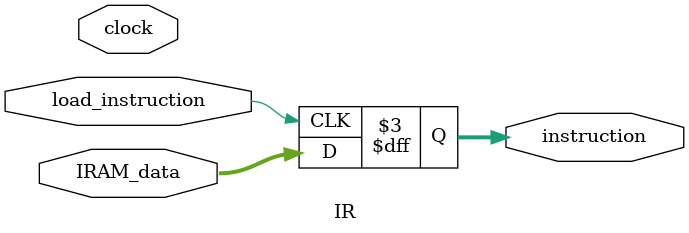
<source format=v>
module IR(input clock,
			input wire [15:0] IRAM_data,
			output reg [15:0] instruction,
			//output wire [3:0] source_register,
			//output wire [2:0] destination_register,
			//output wire [3:0] multiply_divide_constant,
			//output wire [11:0] load_constant,
			//output wire [3:0] jump_condition,
			//output wire [7:0] jump_address,
			input wire load_instruction);

//assign source_register = instruction[11:8];
//assign destination_register = instruction[2:0];
//assign multiply_divide_constant = instruction[11:8];
//assign load_constant = instruction[11:0];
//assign jump_condition = instruction[11:8];
//assign jump_address = instruction[7:0];

initial
begin
instruction=16'b0;
end	
						
always @(posedge load_instruction)
begin
instruction=IRAM_data;
end

endmodule
</source>
